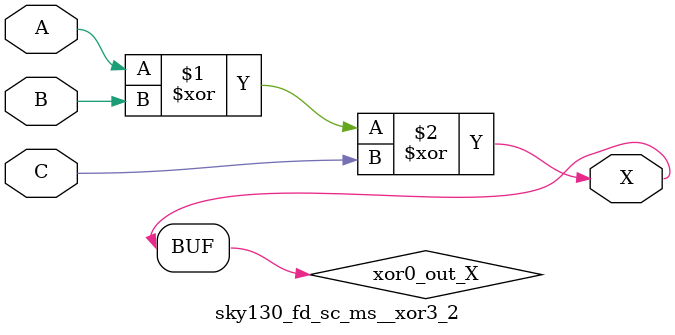
<source format=v>
/*
 * Copyright 2020 The SkyWater PDK Authors
 *
 * Licensed under the Apache License, Version 2.0 (the "License");
 * you may not use this file except in compliance with the License.
 * You may obtain a copy of the License at
 *
 *     https://www.apache.org/licenses/LICENSE-2.0
 *
 * Unless required by applicable law or agreed to in writing, software
 * distributed under the License is distributed on an "AS IS" BASIS,
 * WITHOUT WARRANTIES OR CONDITIONS OF ANY KIND, either express or implied.
 * See the License for the specific language governing permissions and
 * limitations under the License.
 *
 * SPDX-License-Identifier: Apache-2.0
*/


`ifndef SKY130_FD_SC_MS__XOR3_2_FUNCTIONAL_V
`define SKY130_FD_SC_MS__XOR3_2_FUNCTIONAL_V

/**
 * xor3: 3-input exclusive OR.
 *
 *       X = A ^ B ^ C
 *
 * Verilog simulation functional model.
 */

`timescale 1ns / 1ps
`default_nettype none

`celldefine
module sky130_fd_sc_ms__xor3_2 (
    X,
    A,
    B,
    C
);

    // Module ports
    output X;
    input  A;
    input  B;
    input  C;

    // Local signals
    wire xor0_out_X;

    //  Name  Output      Other arguments
    xor xor0 (xor0_out_X, A, B, C        );
    buf buf0 (X         , xor0_out_X     );

endmodule
`endcelldefine

`default_nettype wire
`endif  // SKY130_FD_SC_MS__XOR3_2_FUNCTIONAL_V

</source>
